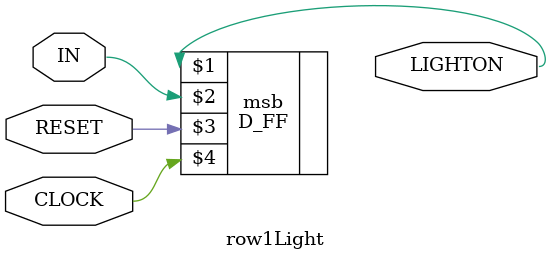
<source format=v>
module row1Light (CLOCK, RESET, IN, LIGHTON);

	input CLOCK, RESET, IN;
	output LIGHTON;
	
	D_FF msb(LIGHTON, IN, RESET, CLOCK);
	
endmodule
</source>
